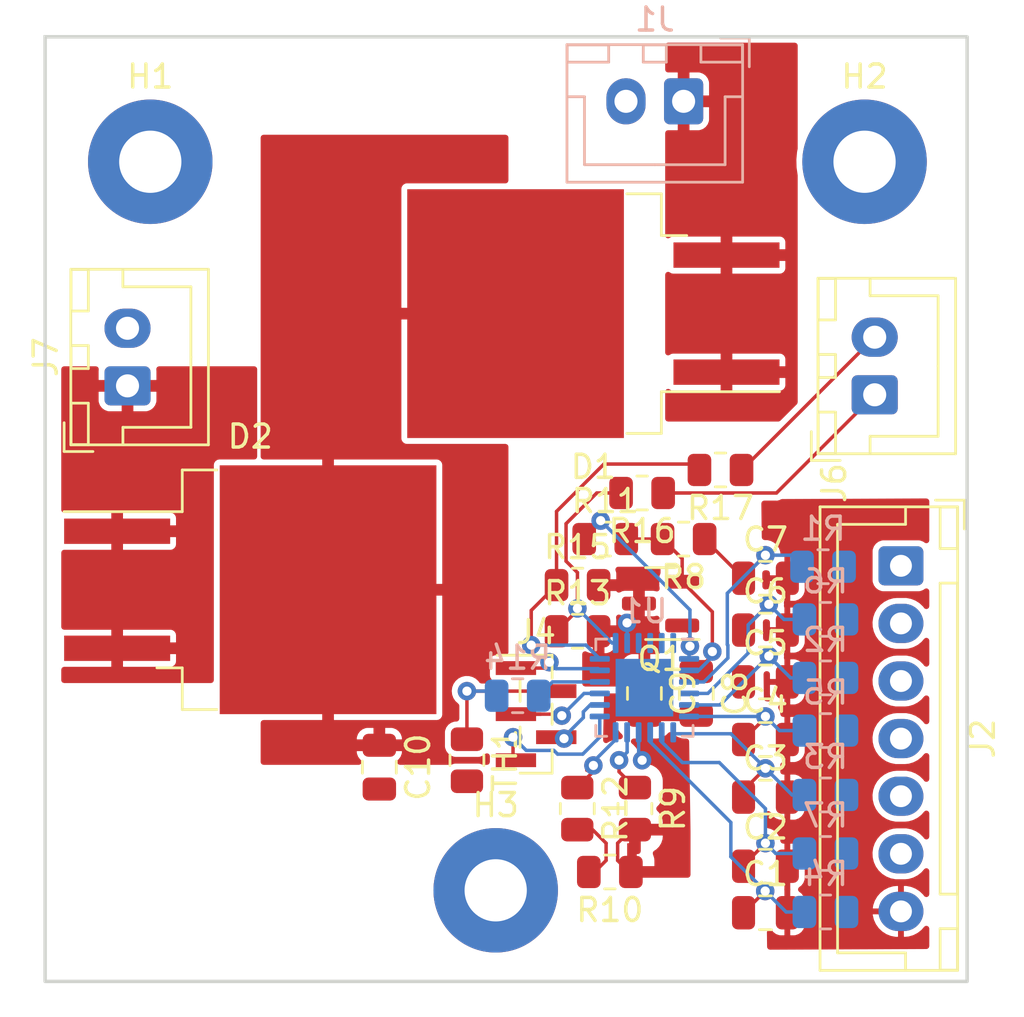
<source format=kicad_pcb>
(kicad_pcb (version 20211014) (generator pcbnew)
  (layers (0 "F.Cu" signal) (1 "In1.Cu" power) (2 "In2.Cu" power) (31 "B.Cu" signal) (34 "B.Paste" user) (35 "F.Paste" user) (36 "B.SilkS" user "B.Silkscreen") (37 "F.SilkS" user "F.Silkscreen") (38 "B.Mask" user) (39 "F.Mask" user) (44 "Edge.Cuts" user))
  (net 0 "")
  (net 1 "Net-(C1-Pad1)")
  (net 2 "GND")
  (net 3 "Net-(C2-Pad1)")
  (net 4 "Net-(C3-Pad1)")
  (net 5 "Net-(C4-Pad1)")
  (net 6 "Net-(C5-Pad1)")
  (net 7 "Net-(C6-Pad1)")
  (net 8 "Net-(C7-Pad1)")
  (net 9 "Net-(C8-Pad1)")
  (net 10 "+3V3")
  (net 11 "+9V")
  (net 12 "Net-(J2-Pad1)")
  (net 13 "Net-(J2-Pad2)")
  (net 14 "Net-(J2-Pad3)")
  (net 15 "Net-(J2-Pad4)")
  (net 16 "Net-(J2-Pad5)")
  (net 17 "Net-(J2-Pad6)")
  (net 18 "Net-(J4-Pad1)")
  (net 19 "Net-(J4-Pad2)")
  (net 20 "Net-(J4-Pad3)")
  (net 21 "Net-(J4-Pad4)")
  (net 22 "Net-(J4-Pad5)")
  (net 23 "Net-(J5-Pad4)")
  (net 24 "Net-(J5-Pad3)")
  (net 25 "Net-(R11-Pad1)")
  (net 26 "Net-(R9-Pad1)")
  (net 27 "GNDD")
  (net 28 "Net-(R12-Pad1)")
  (net 29 "Net-(J3-Pad4)")
  (net 30 "Net-(R14-Pad1)")
  (net 31 "Net-(J3-Pad3)")
  (net 34 "+9VA")
  (net 35 "/Backup/VBAT")
  (footprint "Connector_PinHeader_1.00mm:PinHeader_1x05_P1.00mm_Vertical_SMD_Pin1Left" (layer "F.Cu") (at 131.8 106.4)
    (fp_text reference "J4" (at 0 -3.56) (layer "F.SilkS"))
    (fp_text value "Conn_01x05_Female")
    (pad "1" smd rect (at -0.875 -2) (size 1.75 0.6) (layers "F.Cu" "F.Paste" "F.Mask") (net 18 "Net-(J4-Pad1)"))
    (pad "2" smd rect (at 0.875 -1) (size 1.75 0.6) (layers "F.Cu" "F.Paste" "F.Mask") (net 19 "Net-(J4-Pad2)"))
    (pad "3" smd rect (at -0.875 0) (size 1.75 0.6) (layers "F.Cu" "F.Paste" "F.Mask") (net 20 "Net-(J4-Pad3)"))
    (pad "4" smd rect (at 0.875 1) (size 1.75 0.6) (layers "F.Cu" "F.Paste" "F.Mask") (net 21 "Net-(J4-Pad4)"))
    (pad "5" smd rect (at -0.875 2) (size 1.75 0.6) (layers "F.Cu" "F.Paste" "F.Mask") (net 22 "Net-(J4-Pad5)"))
  )
  (footprint "Package_TO_SOT_SMD:TO-263-2" (layer "F.Cu") (at 134.2848 89.0144 180)
    (fp_text reference "D1" (at 0 -6.65) (layer "F.SilkS"))
    (fp_text value "MBRB2515L")
    (pad "1" smd rect (at -5.775 -2.54 180) (size 4.6 1.1) (layers "F.Cu" "F.Paste" "F.Mask") (net 11 "+9V"))
    (pad "2" smd rect (at 3.375 0 180) (size 9.4 10.8) (layers "F.Cu" "F.Mask") (net 34 "+9VA"))
    (pad "3" smd rect (at -5.775 2.54 180) (size 4.6 1.1) (layers "F.Cu" "F.Paste" "F.Mask") (net 11 "+9V"))
  )
  (footprint "Capacitor_SMD:C_0805_2012Metric" (layer "F.Cu") (at 141.75 115.019236)
    (fp_text reference "C1" (at 0 -1.68) (layer "F.SilkS"))
    (fp_text value "1u")
    (pad "1" smd roundrect (at -0.95 0) (size 1 1.45) (layers "F.Cu" "F.Paste" "F.Mask") (net 1 "Net-(C1-Pad1)"))
    (pad "2" smd roundrect (at 0.95 0) (size 1 1.45) (layers "F.Cu" "F.Paste" "F.Mask") (net 2 "GND"))
  )
  (footprint "Capacitor_SMD:C_0805_2012Metric" (layer "F.Cu") (at 141.75 102.75)
    (fp_text reference "C6" (at 0 -1.68) (layer "F.SilkS"))
    (fp_text value "1u")
    (pad "1" smd roundrect (at -0.95 0) (size 1 1.45) (layers "F.Cu" "F.Paste" "F.Mask") (net 7 "Net-(C6-Pad1)"))
    (pad "2" smd roundrect (at 0.95 0) (size 1 1.45) (layers "F.Cu" "F.Paste" "F.Mask") (net 2 "GND"))
  )
  (footprint "Capacitor_SMD:C_0805_2012Metric" (layer "F.Cu") (at 141.75 100.5)
    (fp_text reference "C7" (at 0 -1.68) (layer "F.SilkS"))
    (fp_text value "1u")
    (pad "1" smd roundrect (at -0.95 0) (size 1 1.45) (layers "F.Cu" "F.Paste" "F.Mask") (net 8 "Net-(C7-Pad1)"))
    (pad "2" smd roundrect (at 0.95 0) (size 1 1.45) (layers "F.Cu" "F.Paste" "F.Mask") (net 2 "GND"))
  )
  (footprint "Package_TO_SOT_SMD:SOT-23" (layer "F.Cu") (at 137.2 101.6 180)
    (fp_text reference "Q1" (at 0 -2.4) (layer "F.SilkS"))
    (fp_text value "ZXTP25040DFH")
    (pad "1" smd roundrect (at -0.9375 -0.95 180) (size 1.475 0.6) (layers "F.Cu" "F.Paste" "F.Mask") (net 25 "Net-(R11-Pad1)"))
    (pad "2" smd roundrect (at -0.9375 0.95 180) (size 1.475 0.6) (layers "F.Cu" "F.Paste" "F.Mask") (net 9 "Net-(C8-Pad1)"))
    (pad "3" smd roundrect (at 0.9375 0 180) (size 1.475 0.6) (layers "F.Cu" "F.Paste" "F.Mask") (net 10 "+3V3"))
  )
  (footprint "Resistor_SMD:R_0805_2012Metric" (layer "F.Cu") (at 134.8 98.8)
    (fp_text reference "R11" (at 0 -1.65) (layer "F.SilkS"))
    (fp_text value "0")
    (pad "1" smd roundrect (at -0.9125 0) (size 1.025 1.4) (layers "F.Cu" "F.Paste" "F.Mask") (roundrect_rratio 0.243902) (net 25 "Net-(R11-Pad1)"))
    (pad "2" smd roundrect (at 0.9125 0) (size 1.025 1.4) (layers "F.Cu" "F.Paste" "F.Mask") (roundrect_rratio 0.243902) (net 9 "Net-(C8-Pad1)"))
  )
  (footprint "Capacitor_SMD:C_0805_2012Metric" (layer "F.Cu") (at 125 108.7 -90)
    (fp_text reference "C10" (at 0 -1.68 90) (layer "F.SilkS"))
    (fp_text value "1u")
    (pad "1" smd roundrect (at -0.95 0 270) (size 1 1.45) (layers "F.Cu" "F.Paste" "F.Mask") (net 34 "+9VA"))
    (pad "2" smd roundrect (at 0.95 0 270) (size 1 1.45) (layers "F.Cu" "F.Paste" "F.Mask") (net 27 "GNDD"))
  )
  (footprint "Capacitor_SMD:C_0805_2012Metric" (layer "F.Cu") (at 136.5 105.5 -90)
    (fp_text reference "C9" (at 0 -1.68 90) (layer "F.SilkS"))
    (fp_text value "4.7u")
    (pad "1" smd roundrect (at -0.95 0 270) (size 1 1.45) (layers "F.Cu" "F.Paste" "F.Mask") (net 10 "+3V3"))
    (pad "2" smd roundrect (at 0.95 0 270) (size 1 1.45) (layers "F.Cu" "F.Paste" "F.Mask") (net 2 "GND"))
  )
  (footprint "Package_TO_SOT_SMD:TO-263-2" (layer "F.Cu") (at 119.4 101)
    (fp_text reference "D2" (at 0 -6.65) (layer "F.SilkS"))
    (fp_text value "MBRB2515L")
    (pad "1" smd rect (at -5.775 -2.54) (size 4.6 1.1) (layers "F.Cu" "F.Paste" "F.Mask") (net 35 "/Backup/VBAT"))
    (pad "2" smd rect (at 3.375 0) (size 9.4 10.8) (layers "F.Cu" "F.Mask") (net 34 "+9VA"))
    (pad "3" smd rect (at -5.775 2.54) (size 4.6 1.1) (layers "F.Cu" "F.Paste" "F.Mask") (net 35 "/Backup/VBAT"))
  )
  (footprint "Capacitor_SMD:C_0805_2012Metric" (layer "F.Cu") (at 138.75 105.5 -90)
    (fp_text reference "C8" (at 0 -1.68 90) (layer "F.SilkS"))
    (fp_text value "10u")
    (pad "1" smd roundrect (at -0.95 0 270) (size 1 1.45) (layers "F.Cu" "F.Paste" "F.Mask") (net 9 "Net-(C8-Pad1)"))
    (pad "2" smd roundrect (at 0.95 0 270) (size 1 1.45) (layers "F.Cu" "F.Paste" "F.Mask") (net 2 "GND"))
  )
  (footprint "Connector_JST:JST_XH_B2B-XH-A_1x02_P2.50mm_Vertical" (layer "F.Cu") (at 146.4902 92.5376 90)
    (fp_text reference "J6" (at -3.83 -1.761 90) (layer "F.SilkS"))
    (fp_text value "Conn_01x02_Female")
    (pad "1" thru_hole roundrect (at 0 0 90) (size 1.7 2) (drill 1) (layers *.Cu *.Mask) (roundrect_rratio 0.147059) (net 23 "Net-(J5-Pad4)"))
    (pad "2" thru_hole oval (at 2.5 0 90) (size 1.7 2) (drill 1) (layers *.Cu *.Mask) (net 24 "Net-(J5-Pad3)"))
  )
  (footprint "Resistor_SMD:R_0805_2012Metric" (layer "F.Cu") (at 136.0875 110.5 -90)
    (fp_text reference "R9" (at 0 -1.65 90) (layer "F.SilkS"))
    (fp_text value "1k")
    (pad "1" smd roundrect (at -0.9125 0 270) (size 1.025 1.4) (layers "F.Cu" "F.Paste" "F.Mask") (roundrect_rratio 0.243902) (net 26 "Net-(R9-Pad1)"))
    (pad "2" smd roundrect (at 0.9125 0 270) (size 1.025 1.4) (layers "F.Cu" "F.Paste" "F.Mask") (roundrect_rratio 0.243902) (net 2 "GND"))
  )
  (footprint "Resistor_SMD:R_0805_2012Metric" (layer "F.Cu") (at 133.6 102.8)
    (fp_text reference "R13" (at 0 -1.65) (layer "F.SilkS"))
    (fp_text value "4k7")
    (pad "1" smd roundrect (at -0.9125 0) (size 1.025 1.4) (layers "F.Cu" "F.Paste" "F.Mask") (roundrect_rratio 0.243902) (net 29 "Net-(J3-Pad4)"))
    (pad "2" smd roundrect (at 0.9125 0) (size 1.025 1.4) (layers "F.Cu" "F.Paste" "F.Mask") (roundrect_rratio 0.243902) (net 10 "+3V3"))
  )
  (footprint "Capacitor_SMD:C_0805_2012Metric" (layer "F.Cu") (at 141.75 110)
    (fp_text reference "C3" (at 0 -1.68) (layer "F.SilkS"))
    (fp_text value "1u")
    (pad "1" smd roundrect (at -0.95 0) (size 1 1.45) (layers "F.Cu" "F.Paste" "F.Mask") (net 4 "Net-(C3-Pad1)"))
    (pad "2" smd roundrect (at 0.95 0) (size 1 1.45) (layers "F.Cu" "F.Paste" "F.Mask") (net 2 "GND"))
  )
  (footprint "Resistor_SMD:R_0805_2012Metric" (layer "F.Cu") (at 128.8 108.4 -90)
    (fp_text reference "TH1" (at 0 -1.65 90) (layer "F.SilkS"))
    (fp_text value "Thermistor_NTC")
    (pad "1" smd roundrect (at -0.9125 0 270) (size 1.025 1.4) (layers "F.Cu" "F.Paste" "F.Mask") (roundrect_rratio 0.243902) (net 19 "Net-(J4-Pad2)"))
    (pad "2" smd roundrect (at 0.9125 0 270) (size 1.025 1.4) (layers "F.Cu" "F.Paste" "F.Mask") (roundrect_rratio 0.243902) (net 2 "GND"))
  )
  (footprint "Capacitor_SMD:C_0805_2012Metric" (layer "F.Cu") (at 141.75 105)
    (fp_text reference "C5" (at 0 -1.68) (layer "F.SilkS"))
    (fp_text value "1u")
    (pad "1" smd roundrect (at -0.95 0) (size 1 1.45) (layers "F.Cu" "F.Paste" "F.Mask") (net 6 "Net-(C5-Pad1)"))
    (pad "2" smd roundrect (at 0.95 0) (size 1 1.45) (layers "F.Cu" "F.Paste" "F.Mask") (net 2 "GND"))
  )
  (footprint "Capacitor_SMD:C_0805_2012Metric" (layer "F.Cu") (at 141.75 107.5)
    (fp_text reference "C4" (at 0 -1.68) (layer "F.SilkS"))
    (fp_text value "1u")
    (pad "1" smd roundrect (at -0.95 0) (size 1 1.45) (layers "F.Cu" "F.Paste" "F.Mask") (net 5 "Net-(C4-Pad1)"))
    (pad "2" smd roundrect (at 0.95 0) (size 1 1.45) (layers "F.Cu" "F.Paste" "F.Mask") (net 2 "GND"))
  )
  (footprint "Resistor_SMD:R_0805_2012Metric" (layer "F.Cu") (at 133.6 100.8)
    (fp_text reference "R15" (at 0 -1.65) (layer "F.SilkS"))
    (fp_text value "4k7")
    (pad "1" smd roundrect (at -0.9125 0) (size 1.025 1.4) (layers "F.Cu" "F.Paste" "F.Mask") (roundrect_rratio 0.243902) (net 31 "Net-(J3-Pad3)"))
    (pad "2" smd roundrect (at 0.9125 0) (size 1.025 1.4) (layers "F.Cu" "F.Paste" "F.Mask") (roundrect_rratio 0.243902) (net 10 "+3V3"))
  )
  (footprint "Connector_JST:JST_XH_B7B-XH-A_1x07_P2.50mm_Vertical" (layer "F.Cu") (at 147.628764 99.960836 -90)
    (fp_text reference "J2" (at 7.5 -3.55 90) (layer "F.SilkS"))
    (fp_text value "Conn_01x07_Male")
    (pad "1" thru_hole roundrect (at 0 0 270) (size 1.7 1.95) (drill 0.95) (layers *.Cu *.Mask) (roundrect_rratio 0.147059) (net 12 "Net-(J2-Pad1)"))
    (pad "2" thru_hole oval (at 2.5 0 270) (size 1.7 1.95) (drill 0.95) (layers *.Cu *.Mask) (net 13 "Net-(J2-Pad2)"))
    (pad "3" thru_hole oval (at 5 0 270) (size 1.7 1.95) (drill 0.95) (layers *.Cu *.Mask) (net 14 "Net-(J2-Pad3)"))
    (pad "4" thru_hole oval (at 7.5 0 270) (size 1.7 1.95) (drill 0.95) (layers *.Cu *.Mask) (net 15 "Net-(J2-Pad4)"))
    (pad "5" thru_hole oval (at 10 0 270) (size 1.7 1.95) (drill 0.95) (layers *.Cu *.Mask) (net 16 "Net-(J2-Pad5)"))
    (pad "6" thru_hole oval (at 12.5 0 270) (size 1.7 1.95) (drill 0.95) (layers *.Cu *.Mask) (net 17 "Net-(J2-Pad6)"))
    (pad "7" thru_hole oval (at 15 0 270) (size 1.7 1.95) (drill 0.95) (layers *.Cu *.Mask) (net 2 "GND"))
  )
  (footprint "MountingHole:MountingHole_2.7mm_M2.5_Pad" (layer "F.Cu") (at 130.048 114.046)
    (fp_text reference "H3" (at 0 -3.7) (layer "F.SilkS"))
    (fp_text value "MountingHole_Pad")
    (pad "1" thru_hole circle (at 0 0) (size 5.4 5.4) (drill 2.7) (layers *.Cu *.Mask) (net 2 "GND"))
  )
  (footprint "MountingHole:MountingHole_2.7mm_M2.5_Pad" (layer "F.Cu") (at 115.062 82.423)
    (fp_text reference "H1" (at 0 -3.7) (layer "F.SilkS"))
    (fp_text value "MountingHole_Pad")
    (pad "1" thru_hole circle (at 0 0) (size 5.4 5.4) (drill 2.7) (layers *.Cu *.Mask) (net 2 "GND"))
  )
  (footprint "Connector_JST:JST_XH_B2B-XH-A_1x02_P2.50mm_Vertical" (layer "F.Cu") (at 114.075 92.15 90)
    (fp_text reference "J7" (at 1.25 -3.55 90) (layer "F.SilkS"))
    (fp_text value "Conn_01x02_Male")
    (pad "1" thru_hole roundrect (at 0 0 90) (size 1.7 2) (drill 1) (layers *.Cu *.Mask) (roundrect_rratio 0.147059) (net 35 "/Backup/VBAT"))
    (pad "2" thru_hole oval (at 2.5 0 90) (size 1.7 2) (drill 1) (layers *.Cu *.Mask) (net 27 "GNDD"))
  )
  (footprint "Resistor_SMD:R_0805_2012Metric" (layer "F.Cu") (at 138.2 98.8 180)
    (fp_text reference "R8" (at 0 -1.65) (layer "F.SilkS"))
    (fp_text value "100")
    (pad "1" smd roundrect (at -0.9125 0 180) (size 1.025 1.4) (layers "F.Cu" "F.Paste" "F.Mask") (roundrect_rratio 0.243902) (net 8 "Net-(C7-Pad1)"))
    (pad "2" smd roundrect (at 0.9125 0 180) (size 1.025 1.4) (layers "F.Cu" "F.Paste" "F.Mask") (roundrect_rratio 0.243902) (net 9 "Net-(C8-Pad1)"))
  )
  (footprint "Resistor_SMD:R_0805_2012Metric" (layer "F.Cu") (at 135 113.25 180)
    (fp_text reference "R10" (at 0 -1.65) (layer "F.SilkS"))
    (fp_text value "0.001")
    (pad "1" smd roundrect (at -0.9125 0 180) (size 1.025 1.4) (layers "F.Cu" "F.Paste" "F.Mask") (roundrect_rratio 0.243902) (net 2 "GND"))
    (pad "2" smd roundrect (at 0.9125 0 180) (size 1.025 1.4) (layers "F.Cu" "F.Paste" "F.Mask") (roundrect_rratio 0.243902) (net 27 "GNDD"))
  )
  (footprint "Capacitor_SMD:C_0805_2012Metric" (layer "F.Cu") (at 141.75 113)
    (fp_text reference "C2" (at 0 -1.68) (layer "F.SilkS"))
    (fp_text value "1u")
    (pad "1" smd roundrect (at -0.95 0) (size 1 1.45) (layers "F.Cu" "F.Paste" "F.Mask") (net 3 "Net-(C2-Pad1)"))
    (pad "2" smd roundrect (at 0.95 0) (size 1 1.45) (layers "F.Cu" "F.Paste" "F.Mask") (net 2 "GND"))
  )
  (footprint "Resistor_SMD:R_0805_2012Metric" (layer "F.Cu") (at 133.5875 110.5 -90)
    (fp_text reference "R12" (at 0 -1.65 90) (layer "F.SilkS"))
    (fp_text value "1k")
    (pad "1" smd roundrect (at -0.9125 0 270) (size 1.025 1.4) (layers "F.Cu" "F.Paste" "F.Mask") (roundrect_rratio 0.243902) (net 28 "Net-(R12-Pad1)"))
    (pad "2" smd roundrect (at 0.9125 0 270) (size 1.025 1.4) (layers "F.Cu" "F.Paste" "F.Mask") (roundrect_rratio 0.243902) (net 27 "GNDD"))
  )
  (footprint "MountingHole:MountingHole_2.7mm_M2.5_Pad" (layer "F.Cu") (at 146.05 82.423)
    (fp_text reference "H2" (at 0 -3.7) (layer "F.SilkS"))
    (fp_text value "MountingHole_Pad")
    (pad "1" thru_hole circle (at 0 0) (size 5.4 5.4) (drill 2.7) (layers *.Cu *.Mask) (net 2 "GND"))
  )
  (footprint "Resistor_SMD:R_0805_2012Metric" (layer "F.Cu") (at 136.4 96.8 180)
    (fp_text reference "R16" (at 0 -1.65) (layer "F.SilkS"))
    (fp_text value "0")
    (pad "1" smd roundrect (at -0.9125 0 180) (size 1.025 1.4) (layers "F.Cu" "F.Paste" "F.Mask") (roundrect_rratio 0.243902) (net 23 "Net-(J5-Pad4)"))
    (pad "2" smd roundrect (at 0.9125 0 180) (size 1.025 1.4) (layers "F.Cu" "F.Paste" "F.Mask") (roundrect_rratio 0.243902) (net 29 "Net-(J3-Pad4)"))
  )
  (footprint "Resistor_SMD:R_0805_2012Metric" (layer "F.Cu") (at 139.8 95.8 180)
    (fp_text reference "R17" (at 0 -1.65) (layer "F.SilkS"))
    (fp_text value "0")
    (pad "1" smd roundrect (at -0.9125 0 180) (size 1.025 1.4) (layers "F.Cu" "F.Paste" "F.Mask") (roundrect_rratio 0.243902) (net 24 "Net-(J5-Pad3)"))
    (pad "2" smd roundrect (at 0.9125 0 180) (size 1.025 1.4) (layers "F.Cu" "F.Paste" "F.Mask") (roundrect_rratio 0.243902) (net 31 "Net-(J3-Pad3)"))
  )
  (footprint "Connector_JST:JST_XH_B2B-XH-A_1x02_P2.50mm_Vertical" (layer "B.Cu") (at 138.2 79.8 180)
    (fp_text reference "J1" (at 1.25 3.55) (layer "B.SilkS") (effects (justify mirror)))
    (fp_text value "Conn_01x02_Female")
    (pad "1" thru_hole roundrect (at 0 0 180) (size 1.7 2) (drill 1) (layers *.Cu *.Mask) (roundrect_rratio 0.147059) (net 11 "+9V"))
    (pad "2" thru_hole oval (at 2.5 0 180) (size 1.7 2) (drill 1) (layers *.Cu *.Mask) (net 2 "GND"))
  )
  (footprint "Resistor_SMD:R_0805_2012Metric" (layer "B.Cu") (at 144.25 100 180)
    (fp_text reference "R1" (at 0 1.65) (layer "B.SilkS") (effects (justify mirror)))
    (fp_text value "100")
    (pad "1" smd roundrect (at -0.9125 0 180) (size 1.025 1.4) (layers "B.Cu" "B.Paste" "B.Mask") (roundrect_rratio 0.243902) (net 12 "Net-(J2-Pad1)"))
    (pad "2" smd roundrect (at 0.9125 0 180) (size 1.025 1.4) (layers "B.Cu" "B.Paste" "B.Mask") (roundrect_rratio 0.243902) (net 8 "Net-(C7-Pad1)"))
  )
  (footprint "Resistor_SMD:R_0805_2012Metric" (layer "B.Cu") (at 144.3535 112.446 180)
    (fp_text reference "R7" (at 0 1.65) (layer "B.SilkS") (effects (justify mirror)))
    (fp_text value "100")
    (pad "1" smd roundrect (at -0.9125 0 180) (size 1.025 1.4) (layers "B.Cu" "B.Paste" "B.Mask") (roundrect_rratio 0.243902) (net 17 "Net-(J2-Pad6)"))
    (pad "2" smd roundrect (at 0.9125 0 180) (size 1.025 1.4) (layers "B.Cu" "B.Paste" "B.Mask") (roundrect_rratio 0.243902) (net 3 "Net-(C2-Pad1)"))
  )
  (footprint "Resistor_SMD:R_0805_2012Metric" (layer "B.Cu") (at 144.3535 114.986 180)
    (fp_text reference "R4" (at 0 1.65) (layer "B.SilkS") (effects (justify mirror)))
    (fp_text value "100")
    (pad "1" smd roundrect (at -0.9125 0 180) (size 1.025 1.4) (layers "B.Cu" "B.Paste" "B.Mask") (roundrect_rratio 0.243902) (net 2 "GND"))
    (pad "2" smd roundrect (at 0.9125 0 180) (size 1.025 1.4) (layers "B.Cu" "B.Paste" "B.Mask") (roundrect_rratio 0.243902) (net 1 "Net-(C1-Pad1)"))
  )
  (footprint "Resistor_SMD:R_0805_2012Metric" (layer "B.Cu") (at 144.3535 107.112 180)
    (fp_text reference "R5" (at 0 1.65) (layer "B.SilkS") (effects (justify mirror)))
    (fp_text value "100")
    (pad "1" smd roundrect (at -0.9125 0 180) (size 1.025 1.4) (layers "B.Cu" "B.Paste" "B.Mask") (roundrect_rratio 0.243902) (net 15 "Net-(J2-Pad4)"))
    (pad "2" smd roundrect (at 0.9125 0 180) (size 1.025 1.4) (layers "B.Cu" "B.Paste" "B.Mask") (roundrect_rratio 0.243902) (net 5 "Net-(C4-Pad1)"))
  )
  (footprint "Package_DFN_QFN:HVQFN-24-1EP_4x4mm_P0.5mm_EP2.5x2.5mm" (layer "B.Cu") (at 136.5 105.25 180)
    (fp_text reference "U1" (at 0 3.320001) (layer "B.SilkS") (effects (justify mirror)))
    (fp_text value "BQ76925RGET")
    (pad "1" smd roundrect (at -1.9375 1.25 180) (size 0.875 0.25) (layers "B.Cu" "B.Paste" "B.Mask") (net 25 "Net-(R11-Pad1)"))
    (pad "2" smd roundrect (at -1.9375 0.75 180) (size 0.875 0.25) (layers "B.Cu" "B.Paste" "B.Mask") (net 9 "Net-(C8-Pad1)"))
    (pad "3" smd roundrect (at -1.9375 0.25 180) (size 0.875 0.25) (layers "B.Cu" "B.Paste" "B.Mask") (net 8 "Net-(C7-Pad1)"))
    (pad "4" smd roundrect (at -1.9375 -0.25 180) (size 0.875 0.25) (layers "B.Cu" "B.Paste" "B.Mask") (net 7 "Net-(C6-Pad1)"))
    (pad "5" smd roundrect (at -1.9375 -0.75 180) (size 0.875 0.25) (layers "B.Cu" "B.Paste" "B.Mask") (net 6 "Net-(C5-Pad1)"))
    (pad "6" smd roundrect (at -1.9375 -1.25 180) (size 0.875 0.25) (layers "B.Cu" "B.Paste" "B.Mask") (net 5 "Net-(C4-Pad1)"))
    (pad "7" smd roundrect (at -1.25 -1.9375 180) (size 0.25 0.875) (layers "B.Cu" "B.Paste" "B.Mask") (net 4 "Net-(C3-Pad1)"))
    (pad "8" smd roundrect (at -0.75 -1.9375 180) (size 0.25 0.875) (layers "B.Cu" "B.Paste" "B.Mask") (net 3 "Net-(C2-Pad1)"))
    (pad "9" smd roundrect (at -0.25 -1.9375 180) (size 0.25 0.875) (layers "B.Cu" "B.Paste" "B.Mask") (net 1 "Net-(C1-Pad1)"))
    (pad "10" smd roundrect (at 0.25 -1.9375 180) (size 0.25 0.875) (layers "B.Cu" "B.Paste" "B.Mask") (net 2 "GND"))
    (pad "11" smd roundrect (at 0.75 -1.9375 180) (size 0.25 0.875) (layers "B.Cu" "B.Paste" "B.Mask") (net 26 "Net-(R9-Pad1)"))
    (pad "12" smd roundrect (at 1.25 -1.9375 180) (size 0.25 0.875) (layers "B.Cu" "B.Paste" "B.Mask") (net 28 "Net-(R12-Pad1)"))
    (pad "13" smd roundrect (at 1.9375 -1.25 180) (size 0.875 0.25) (layers "B.Cu" "B.Paste" "B.Mask") (net 22 "Net-(J4-Pad5)"))
    (pad "14" smd roundrect (at 1.9375 -0.75 180) (size 0.875 0.25) (layers "B.Cu" "B.Paste" "B.Mask") (net 21 "Net-(J4-Pad4)"))
    (pad "15" smd roundrect (at 1.9375 -0.25 180) (size 0.875 0.25) (layers "B.Cu" "B.Paste" "B.Mask") (net 20 "Net-(J4-Pad3)"))
    (pad "16" smd roundrect (at 1.9375 0.25 180) (size 0.875 0.25) (layers "B.Cu" "B.Paste" "B.Mask") (net 30 "Net-(R14-Pad1)"))
    (pad "17" smd roundrect (at 1.9375 0.75 180) (size 0.875 0.25) (layers "B.Cu" "B.Paste" "B.Mask") (net 18 "Net-(J4-Pad1)"))
    (pad "18" smd roundrect (at 1.9375 1.25 180) (size 0.875 0.25) (layers "B.Cu" "B.Paste" "B.Mask") (net 31 "Net-(J3-Pad3)"))
    (pad "19" smd roundrect (at 1.25 1.9375 180) (size 0.25 0.875) (layers "B.Cu" "B.Paste" "B.Mask") (net 29 "Net-(J3-Pad4)"))
    (pad "20" smd roundrect (at 0.75 1.9375 180) (size 0.25 0.875) (layers "B.Cu" "B.Paste" "B.Mask") (net 10 "+3V3"))
    (pad "21" smd roundrect (at 0.25 1.9375 180) (size 0.25 0.875) (layers "B.Cu" "B.Paste" "B.Mask"))
    (pad "22" smd roundrect (at -0.25 1.9375 180) (size 0.25 0.875) (layers "B.Cu" "B.Paste" "B.Mask"))
    (pad "23" smd roundrect (at -0.75 1.9375 180) (size 0.25 0.875) (layers "B.Cu" "B.Paste" "B.Mask"))
    (pad "24" smd roundrect (at -1.25 1.9375 180) (size 0.25 0.875) (layers "B.Cu" "B.Paste" "B.Mask"))
    (pad "25" smd rect (at 0 0 180) (size 2.5 2.5) (layers "B.Cu" "B.Mask"))
  )
  (footprint "Resistor_SMD:R_0805_2012Metric" (layer "B.Cu") (at 144.3535 102.286 180)
    (fp_text reference "R6" (at 0 1.65) (layer "B.SilkS") (effects (justify mirror)))
    (fp_text value "100")
    (pad "1" smd roundrect (at -0.9125 0 180) (size 1.025 1.4) (layers "B.Cu" "B.Paste" "B.Mask") (roundrect_rratio 0.243902) (net 13 "Net-(J2-Pad2)"))
    (pad "2" smd roundrect (at 0.9125 0 180) (size 1.025 1.4) (layers "B.Cu" "B.Paste" "B.Mask") (roundrect_rratio 0.243902) (net 7 "Net-(C6-Pad1)"))
  )
  (footprint "Resistor_SMD:R_0805_2012Metric" (layer "B.Cu") (at 144.3535 104.826 180)
    (fp_text reference "R2" (at 0 1.65) (layer "B.SilkS") (effects (justify mirror)))
    (fp_text value "100")
    (pad "1" smd roundrect (at -0.9125 0 180) (size 1.025 1.4) (layers "B.Cu" "B.Paste" "B.Mask") (roundrect_rratio 0.243902) (net 14 "Net-(J2-Pad3)"))
    (pad "2" smd roundrect (at 0.9125 0 180) (size 1.025 1.4) (layers "B.Cu" "B.Paste" "B.Mask") (roundrect_rratio 0.243902) (net 6 "Net-(C5-Pad1)"))
  )
  (footprint "Resistor_SMD:R_0805_2012Metric" (layer "B.Cu") (at 131 105.6 180)
    (fp_text reference "R14" (at 0 1.65) (layer "B.SilkS") (effects (justify mirror)))
    (fp_text value "200")
    (pad "1" smd roundrect (at -0.9125 0 180) (size 1.025 1.4) (layers "B.Cu" "B.Paste" "B.Mask") (roundrect_rratio 0.243902) (net 30 "Net-(R14-Pad1)"))
    (pad "2" smd roundrect (at 0.9125 0 180) (size 1.025 1.4) (layers "B.Cu" "B.Paste" "B.Mask") (roundrect_rratio 0.243902) (net 19 "Net-(J4-Pad2)"))
  )
  (footprint "Resistor_SMD:R_0805_2012Metric" (layer "B.Cu") (at 144.3535 109.906 180)
    (fp_text reference "R3" (at 0 1.65) (layer "B.SilkS") (effects (justify mirror)))
    (fp_text value "100")
    (pad "1" smd roundrect (at -0.9125 0 180) (size 1.025 1.4) (layers "B.Cu" "B.Paste" "B.Mask") (roundrect_rratio 0.243902) (net 16 "Net-(J2-Pad5)"))
    (pad "2" smd roundrect (at 0.9125 0 180) (size 1.025 1.4) (layers "B.Cu" "B.Paste" "B.Mask") (roundrect_rratio 0.243902) (net 4 "Net-(C3-Pad1)"))
  )
  (gr_rect (start 110.5 77) (end 150.5 118) (layer "Edge.Cuts") (width 0.15) (fill none))
  (segment (start 141.738997 114.079341) (end 141.738997 114.080239) (width 0.15) (layer "F.Cu") (net 1))
  (segment (start 141.738997 114.080239) (end 140.8 115.019236) (width 0.15) (layer "F.Cu") (net 1))
  (via (at 141.738997 114.079341) (size 0.8) (drill 0.4) (layers "F.Cu" "B.Cu") (net 1))
  (segment (start 136.75 107.601618) (end 140.25 111.101618) (width 0.15) (layer "B.Cu") (net 1))
  (segment (start 142.645656 114.986) (end 141.738997 114.079341) (width 0.15) (layer "B.Cu") (net 1))
  (segment (start 136.75 107.1875) (end 136.75 107.601618) (width 0.15) (layer "B.Cu") (net 1))
  (segment (start 140.25 111.101618) (end 140.25 112.590344) (width 0.15) (layer "B.Cu") (net 1))
  (segment (start 143.441 114.986) (end 142.645656 114.986) (width 0.15) (layer "B.Cu") (net 1))
  (segment (start 140.25 112.590344) (end 141.738997 114.079341) (width 0.15) (layer "B.Cu") (net 1))
  (segment (start 135.3375 112.75) (end 135.8375 113.25) (width 0.15) (layer "F.Cu") (net 2))
  (segment (start 135.8375 113.25) (end 135.9125 113.25) (width 0.15) (layer "F.Cu") (net 2))
  (segment (start 135.3375 112) (end 135.3375 112.75) (width 0.15) (layer "F.Cu") (net 2))
  (segment (start 135.925 111.4125) (end 135.3375 112) (width 0.15) (layer "F.Cu") (net 2))
  (via (at 136.4 108.4) (size 0.8) (drill 0.4) (layers "F.Cu" "B.Cu") (net 2))
  (segment (start 136.4 108.4) (end 136.25 108.058878) (width 0.15) (layer "B.Cu") (net 2))
  (segment (start 136.25 108.058878) (end 136.25 107.1875) (width 0.15) (layer "B.Cu") (net 2))
  (segment (start 140.8 112.95) (end 141.75 112) (width 0.15) (layer "F.Cu") (net 3))
  (segment (start 140.8 113) (end 140.8 112.95) (width 0.15) (layer "F.Cu") (net 3))
  (via (at 141.75 112) (size 0.8) (drill 0.4) (layers "F.Cu" "B.Cu") (net 3))
  (segment (start 141.75 110.5) (end 141.75 112) (width 0.15) (layer "B.Cu") (net 3))
  (segment (start 141.75 112) (end 142.196 112.446) (width 0.15) (layer "B.Cu") (net 3))
  (segment (start 138.148382 108.5) (end 139.75 108.5) (width 0.15) (layer "B.Cu") (net 3))
  (segment (start 137.25 107.601618) (end 138.148382 108.5) (width 0.15) (layer "B.Cu") (net 3))
  (segment (start 137.25 107.1875) (end 137.25 107.601618) (width 0.15) (layer "B.Cu") (net 3))
  (segment (start 142.196 112.446) (end 143.441 112.446) (width 0.15) (layer "B.Cu") (net 3))
  (segment (start 139.75 108.5) (end 141.75 110.5) (width 0.15) (layer "B.Cu") (net 3))
  (segment (start 140.8 109.7) (end 141.75 108.75) (width 0.15) (layer "F.Cu") (net 4))
  (segment (start 140.8 110) (end 140.8 109.7) (width 0.15) (layer "F.Cu") (net 4))
  (via (at 141.75 108.75) (size 0.8) (drill 0.4) (layers "F.Cu" "B.Cu") (net 4))
  (segment (start 140.25 107.25) (end 141.75 108.75) (width 0.15) (layer "B.Cu") (net 4))
  (segment (start 142.906 109.906) (end 143.441 109.906) (width 0.15) (layer "B.Cu") (net 4))
  (segment (start 141.75 108.75) (end 142.906 109.906) (width 0.15) (layer "B.Cu") (net 4))
  (segment (start 137.75 107.1875) (end 137.8125 107.25) (width 0.15) (layer "B.Cu") (net 4))
  (segment (start 137.8125 107.25) (end 140.25 107.25) (width 0.15) (layer "B.Cu") (net 4))
  (segment (start 141.75 106.55) (end 140.8 107.5) (width 0.15) (layer "F.Cu") (net 5))
  (segment (start 141.75 106.5) (end 141.75 106.55) (width 0.15) (layer "F.Cu") (net 5))
  (via (at 141.75 106.5) (size 0.8) (drill 0.4) (layers "F.Cu" "B.Cu") (net 5))
  (segment (start 142.362 107.112) (end 141.75 106.5) (width 0.15) (layer "B.Cu") (net 5))
  (segment (start 143.441 107.112) (end 142.362 107.112) (width 0.15) (layer "B.Cu") (net 5))
  (segment (start 138.4375 106.5) (end 141.75 106.5) (width 0.15) (layer "B.Cu") (net 5))
  (segment (start 140.8 105) (end 140.8 104.977163) (width 0.15) (layer "F.Cu") (net 6))
  (segment (start 140.8 104.977163) (end 141.897152 103.880011) (width 0.15) (layer "F.Cu") (net 6))
  (via (at 141.897152 103.880011) (size 0.8) (drill 0.4) (layers "F.Cu" "B.Cu") (net 6))
  (segment (start 139.777163 106) (end 138.4375 106) (width 0.15) (layer "B.Cu") (net 6))
  (segment (start 141.897152 103.880011) (end 139.777163 106) (width 0.15) (layer "B.Cu") (net 6))
  (segment (start 141.897152 103.880011) (end 142.843141 104.826) (width 0.15) (layer "B.Cu") (net 6))
  (segment (start 142.843141 104.826) (end 143.441 104.826) (width 0.15) (layer "B.Cu") (net 6))
  (segment (start 141.897152 101.630011) (end 140.8 102.727163) (width 0.15) (layer "F.Cu") (net 7))
  (segment (start 140.8 102.727163) (end 140.8 102.75) (width 0.15) (layer "F.Cu") (net 7))
  (via (at 141.897152 101.630011) (size 0.8) (drill 0.4) (layers "F.Cu" "B.Cu") (net 7))
  (segment (start 143.441 102.286) (end 142.553141 102.286) (width 0.15) (layer "B.Cu") (net 7))
  (segment (start 139.25 105.5) (end 138.4375 105.5) (width 0.15) (layer "B.Cu") (net 7))
  (segment (start 142.553141 102.286) (end 141.897152 101.630011) (width 0.15) (layer "B.Cu") (net 7))
  (segment (start 141 103.75) (end 139.25 105.5) (width 0.15) (layer "B.Cu") (net 7))
  (segment (start 141 102.527163) (end 141 103.75) (width 0.15) (layer "B.Cu") (net 7))
  (segment (start 141.897152 101.630011) (end 141 102.527163) (width 0.15) (layer "B.Cu") (net 7))
  (segment (start 139.1125 98.8125) (end 140.8 100.5) (width 0.15) (layer "F.Cu") (net 8))
  (segment (start 140.8 100.5) (end 140.8 100.45) (width 0.15) (layer "F.Cu") (net 8))
  (segment (start 139.1125 98.8) (end 139.1125 98.8125) (width 0.15) (layer "F.Cu") (net 8))
  (segment (start 140.8 100.45) (end 141.75 99.5) (width 0.15) (layer "F.Cu") (net 8))
  (via (at 141.75 99.5) (size 0.8) (drill 0.4) (layers "F.Cu" "B.Cu") (net 8))
  (segment (start 140.120963 103.404123) (end 140.095476 103.378636) (width 0.15) (layer "B.Cu") (net 8))
  (segment (start 143.3375 100) (end 142.8375 99.5) (width 0.15) (layer "B.Cu") (net 8))
  (segment (start 140.120963 103.962901) (end 140.120963 103.404123) (width 0.15) (layer "B.Cu") (net 8))
  (segment (start 140.095476 101.154524) (end 141.75 99.5) (width 0.15) (layer "B.Cu") (net 8))
  (segment (start 139.083864 105) (end 140.120963 103.962901) (width 0.15) (layer "B.Cu") (net 8))
  (segment (start 138.4375 105) (end 139.083864 105) (width 0.15) (layer "B.Cu") (net 8))
  (segment (start 140.095476 103.378636) (end 140.095476 101.154524) (width 0.15) (layer "B.Cu") (net 8))
  (segment (start 142.8375 99.5) (end 141.75 99.5) (width 0.15) (layer "B.Cu") (net 8))
  (segment (start 139.446462 101.958962) (end 139.446462 103.683512) (width 0.15) (layer "F.Cu") (net 9))
  (segment (start 138.75 104.55) (end 139.446462 103.853538) (width 0.15) (layer "F.Cu") (net 9))
  (segment (start 137.2875 98.8) (end 138.1375 99.65) (width 0.15) (layer "F.Cu") (net 9))
  (segment (start 135.7125 98.8) (end 137.2875 98.8) (width 0.15) (layer "F.Cu") (net 9))
  (segment (start 139.446462 103.853538) (end 139.446462 103.683512) (width 0.15) (layer "F.Cu") (net 9))
  (segment (start 138.1375 100.65) (end 139.446462 101.958962) (width 0.15) (layer "F.Cu") (net 9))
  (segment (start 138.1375 99.65) (end 138.1375 100.65) (width 0.15) (layer "F.Cu") (net 9))
  (via (at 139.446462 103.683512) (size 0.8) (drill 0.4) (layers "F.Cu" "B.Cu") (net 9))
  (segment (start 138.4375 104.5) (end 138.851618 104.5) (width 0.15) (layer "B.Cu") (net 9))
  (segment (start 138.851618 104.5) (end 139.446462 103.905156) (width 0.15) (layer "B.Cu") (net 9))
  (segment (start 139.446462 103.905156) (end 139.446462 103.683512) (width 0.15) (layer "B.Cu") (net 9))
  (via (at 135.745393 102.436653) (size 0.8) (drill 0.4) (layers "F.Cu" "B.Cu") (net 10))
  (segment (start 135.75 103.3125) (end 135.75 102.44126) (width 0.15) (layer "B.Cu") (net 10))
  (segment (start 135.75 102.44126) (end 135.745393 102.436653) (width 0.15) (layer "B.Cu") (net 10))
  (segment (start 147.487164 102.319236) (end 147.628764 102.460836) (width 0.25) (layer "B.Cu") (net 13))
  (segment (start 147.607164 109.939236) (end 147.628764 109.960836) (width 0.25) (layer "B.Cu") (net 16))
  (segment (start 147.610364 112.479236) (end 147.628764 112.460836) (width 0.25) (layer "B.Cu") (net 17))
  (segment (start 132.381364 104.144093) (end 132.125457 104.4) (width 0.15) (layer "F.Cu") (net 18))
  (segment (start 132.125457 104.4) (end 130.925 104.4) (width 0.15) (layer "F.Cu") (net 18))
  (via (at 132.381364 104.144093) (size 0.8) (drill 0.4) (layers "F.Cu" "B.Cu") (net 18))
  (segment (start 132.662751 104.42548) (end 132.381364 104.144093) (width 0.15) (layer "B.Cu") (net 18))
  (segment (start 134.48798 104.42548) (end 132.662751 104.42548) (width 0.15) (layer "B.Cu") (net 18))
  (segment (start 134.5625 104.5) (end 134.48798 104.42548) (width 0.15) (layer "B.Cu") (net 18))
  (segment (start 132.675 105.4) (end 128.8 105.4) (width 0.15) (layer "F.Cu") (net 19))
  (segment (start 128.8 105.4) (end 128.8 107.4875) (width 0.15) (layer "F.Cu") (net 19))
  (via (at 128.8 105.4) (size 0.8) (drill 0.4) (layers "F.Cu" "B.Cu") (net 19))
  (segment (start 128.8 105.4) (end 129.8875 105.4) (width 0.15) (layer "B.Cu") (net 19))
  (segment (start 129.8875 105.4) (end 130.0875 105.6) (width 0.15) (layer "B.Cu") (net 19))
  (segment (start 132.851125 106.4) (end 130.925 106.4) (width 0.15) (layer "F.Cu") (net 20))
  (segment (start 130.925 106.4) (end 132 106.4) (width 0.15) (layer "F.Cu") (net 20))
  (segment (start 132.916194 106.465069) (end 132.851125 106.4) (width 0.15) (layer "F.Cu") (net 20))
  (via (at 132.916194 106.465069) (size 0.8) (drill 0.4) (layers "F.Cu" "B.Cu") (net 20))
  (segment (start 133.881263 105.5) (end 132.916194 106.465069) (width 0.15) (layer "B.Cu") (net 20))
  (segment (start 134.5625 105.5) (end 133.881263 105.5) (width 0.15) (layer "B.Cu") (net 20))
  (segment (start 132.675 107.4) (end 132.951749 107.4) (width 0.15) (layer "F.Cu") (net 21))
  (segment (start 132.951749 107.4) (end 133.011743 107.459994) (width 0.15) (layer "F.Cu") (net 21))
  (via (at 133.011743 107.459994) (size 0.8) (drill 0.4) (layers "F.Cu" "B.Cu") (net 21))
  (segment (start 134.5625 106) (end 134.148382 106) (width 0.15) (layer "B.Cu") (net 21))
  (segment (start 133.85048 106.297902) (end 133.85048 106.54952) (width 0.15) (layer "B.Cu") (net 21))
  (segment (start 133.011743 107.388257) (end 133.011743 107.459994) (width 0.15) (layer "B.Cu") (net 21))
  (segment (start 134.148382 106) (end 133.85048 106.297902) (width 0.15) (layer "B.Cu") (net 21))
  (segment (start 133.85048 106.54952) (end 133.011743 107.388257) (width 0.15) (layer "B.Cu") (net 21))
  (segment (start 130.8 107.4) (end 130.8 108.275) (width 0.15) (layer "F.Cu") (net 22))
  (segment (start 130.8 108.275) (end 130.925 108.4) (width 0.15) (layer "F.Cu") (net 22))
  (via (at 130.8 107.4) (size 0.8) (drill 0.4) (layers "F.Cu" "B.Cu") (net 22))
  (segment (start 132.571365 107.973506) (end 131.373506 107.973506) (width 0.15) (layer "B.Cu") (net 22))
  (segment (start 132.732354 108.134495) (end 132.571365 107.973506) (width 0.15) (layer "B.Cu") (net 22))
  (segment (start 133.825556 108.134495) (end 132.732354 108.134495) (width 0.15) (layer "B.Cu") (net 22))
  (segment (start 134.5625 107.397551) (end 133.825556 108.134495) (width 0.15) (layer "B.Cu") (net 22))
  (segment (start 131.373506 107.973506) (end 130.8 107.4) (width 0.15) (layer "B.Cu") (net 22))
  (segment (start 134.5625 106.5) (end 134.5625 107.397551) (width 0.15) (layer "B.Cu") (net 22))
  (segment (start 142.2278 96.8) (end 146.4902 92.5376) (width 0.15) (layer "F.Cu") (net 23))
  (segment (start 137.3125 96.8) (end 142.2278 96.8) (width 0.15) (layer "F.Cu") (net 23))
  (segment (start 140.7278 95.8) (end 146.4902 90.0376) (width 0.15) (layer "F.Cu") (net 24))
  (segment (start 140.7125 95.8) (end 140.7278 95.8) (width 0.15) (layer "F.Cu") (net 24))
  (segment (start 145.7252 90.0376) (end 146.4902 90.0376) (width 0.25) (layer "F.Cu") (net 24))
  (segment (start 138.4745 102.887) (end 138.1375 102.55) (width 0.15) (layer "F.Cu") (net 25))
  (segment (start 133.8875 98.8) (end 133.8875 98.7125) (width 0.15) (layer "F.Cu") (net 25))
  (segment (start 133.8875 98.7125) (end 134.6 98) (width 0.15) (layer "F.Cu") (net 25))
  (segment (start 138.4745 103.4505) (end 138.4745 102.887) (width 0.15) (layer "F.Cu") (net 25))
  (via (at 134.6 98) (size 0.8) (drill 0.4) (layers "F.Cu" "B.Cu") (net 25))
  (via (at 138.4745 103.4505) (size 0.8) (drill 0.4) (layers "F.Cu" "B.Cu") (net 25))
  (segment (start 138.4375 104) (end 138.4375 103.4875) (width 0.15) (layer "B.Cu") (net 25))
  (segment (start 138.4745 101.8745) (end 138.4745 103.4505) (width 0.15) (layer "B.Cu") (net 25))
  (segment (start 134.6 98) (end 138.4745 101.8745) (width 0.15) (layer "B.Cu") (net 25))
  (segment (start 138.4375 103.4875) (end 138.4745 103.4505) (width 0.15) (layer "B.Cu") (net 25))
  (segment (start 135.4 108.9) (end 136.0875 109.5875) (width 0.15) (layer "F.Cu") (net 26))
  (segment (start 135.4 108.4) (end 135.4 108.9) (width 0.15) (layer "F.Cu") (net 26))
  (via (at 135.4 108.4) (size 0.8) (drill 0.4) (layers "F.Cu" "B.Cu") (net 26))
  (segment (start 135.75 107.1875) (end 135.75 108.05) (width 0.15) (layer "B.Cu") (net 26))
  (segment (start 135.75 108.05) (end 135.4 108.4) (width 0.15) (layer "B.Cu") (net 26))
  (segment (start 134.0875 113.25) (end 134.3375 113.25) (width 0.15) (layer "F.Cu") (net 27))
  (segment (start 134.8375 112) (end 134.25 111.4125) (width 0.15) (layer "F.Cu") (net 27))
  (segment (start 134.3375 113.25) (end 134.8375 112.75) (width 0.15) (layer "F.Cu") (net 27))
  (segment (start 134.8375 112.75) (end 134.8375 112) (width 0.15) (layer "F.Cu") (net 27))
  (segment (start 134.286731 108.888269) (end 134.286731 108.626703) (width 0.15) (layer "F.Cu") (net 28))
  (segment (start 134.210797 108.626703) (end 134.286731 108.626703) (width 0.15) (layer "F.Cu") (net 28))
  (segment (start 134 108.8375) (end 134.210797 108.626703) (width 0.15) (layer "F.Cu") (net 28))
  (segment (start 133.5875 109.5875) (end 134.286731 108.888269) (width 0.15) (layer "F.Cu") (net 28))
  (via (at 134.286731 108.626703) (size 0.8) (drill 0.4) (layers "F.Cu" "B.Cu") (net 28))
  (segment (start 135.25 107.5) (end 134.286731 108.463269) (width 0.15) (layer "B.Cu") (net 28))
  (segment (start 135.25 107.1875) (end 135.25 107.5) (width 0.15) (layer "B.Cu") (net 28))
  (segment (start 134.286731 108.463269) (end 134.286731 108.626703) (width 0.15) (layer "B.Cu") (net 28))
  (segment (start 133.10048 98.132737) (end 133.10048 99.758697) (width 0.15) (layer "F.Cu") (net 29))
  (segment (start 134.433217 96.8) (end 133.10048 98.132737) (width 0.15) (layer "F.Cu") (net 29))
  (segment (start 133.593956 100.252173) (end 133.593956 101.810318) (width 0.15) (layer "F.Cu") (net 29))
  (segment (start 133.10048 99.758697) (end 133.593956 100.252173) (width 0.15) (layer "F.Cu") (net 29))
  (segment (start 133.593956 101.810318) (end 133.593956 101.893544) (width 0.15) (layer "F.Cu") (net 29))
  (segment (start 133.593956 101.893544) (end 132.6875 102.8) (width 0.15) (layer "F.Cu") (net 29))
  (segment (start 135.4875 96.8) (end 134.433217 96.8) (width 0.15) (layer "F.Cu") (net 29))
  (via (at 133.593956 101.810318) (size 0.8) (drill 0.4) (layers "F.Cu" "B.Cu") (net 29))
  (segment (start 135.096138 103.3125) (end 133.593956 101.810318) (width 0.15) (layer "B.Cu") (net 29))
  (segment (start 135.25 103.3125) (end 135.096138 103.3125) (width 0.15) (layer "B.Cu") (net 29))
  (segment (start 134.5625 105) (end 132.5125 105) (width 0.15) (layer "B.Cu") (net 30))
  (segment (start 132.5125 105) (end 131.9125 105.6) (width 0.15) (layer "B.Cu") (net 30))
  (segment (start 138.63125 95.54375) (end 134.74375 95.54375) (width 0.15) (layer "F.Cu") (net 31))
  (segment (start 131.589202 101.898298) (end 131.589202 103.401963) (width 0.15) (layer "F.Cu") (net 31))
  (segment (start 132.6875 100.8) (end 132.6875 97.6) (width 0.15) (layer "F.Cu") (net 31))
  (segment (start 132.6875 97.6) (end 134.74375 95.54375) (width 0.15) (layer "F.Cu") (net 31))
  (segment (start 132.6875 100.8) (end 131.589202 101.898298) (width 0.15) (layer "F.Cu") (net 31))
  (segment (start 138.8875 95.8) (end 138.63125 95.54375) (width 0.15) (layer "F.Cu") (net 31))
  (via (at 131.589202 103.401963) (size 0.8) (drill 0.4) (layers "F.Cu" "B.Cu") (net 31))
  (segment (start 133.964463 103.401963) (end 134.5625 104) (width 0.15) (layer "B.Cu") (net 31))
  (segment (start 131.589202 103.401963) (end 133.964463 103.401963) (width 0.15) (layer "B.Cu") (net 31))
  (zone (net 2) (net_name "GND") (layer "F.Cu") (connect_pads (clearance 0.508)) (min_thickness 0.254) (fill yes (thermal_gap 0.508) (thermal_bridge_width 0.508))
    (polygon (pts (xy 136.47432 105.499622) (xy 138.409269 105.528022) (xy 138.5 111.5) (xy 138.5 113.5) (xy 135.75 113.5) (xy 135.75 111.5) (xy 134.624949 111.5) (xy 134.75 105.5) (xy 136.25 105.5)))
  )
  (zone (net 2) (net_name "GND") (layer "F.Cu") (connect_pads (clearance 0.254)) (min_thickness 0.254) (fill yes (thermal_gap 0.254) (thermal_bridge_width 0.254))
    (polygon (pts (xy 148.858764 116.594036) (xy 141.823142 116.623253) (xy 141.569142 97.065253) (xy 148.858764 97.036036)))
  )
  (zone (net 34) (net_name "+9VA") (layer "F.Cu") (connect_pads (clearance 0.254)) (min_thickness 0.254) (fill yes (thermal_gap 0.254) (thermal_bridge_width 0.508))
    (polygon (pts (xy 130.6 108.6) (xy 119.85 108.6) (xy 119.85 81.25) (xy 130.6 81.25)))
  )
  (zone (net 10) (net_name "+3V3") (layer "F.Cu") (connect_pads (clearance 0.254)) (min_thickness 0.254) (fill yes (thermal_gap 0.254) (thermal_bridge_width 0.508))
    (polygon (pts (xy 137.2 105.2) (xy 133.8 105.2) (xy 133.8 100) (xy 137.2 100)))
  )
  (zone (net 11) (net_name "+9V") (layer "F.Cu") (connect_pads (clearance 0.254)) (min_thickness 0.254) (fill yes (thermal_gap 0.254) (thermal_bridge_width 0.508))
    (polygon (pts (xy 143.15 93.7) (xy 137.4 93.7) (xy 137.4 77.2) (xy 143.15 77.2)))
  )
  (zone (net 35) (net_name "/Backup/VBAT") (layer "F.Cu") (connect_pads (clearance 0.254)) (min_thickness 0.254) (fill yes (thermal_gap 0.254) (thermal_bridge_width 0.508))
    (polygon (pts (xy 119.7 105.05) (xy 111.2 105.05) (xy 111.2 91.3) (xy 119.7 91.3)))
  )
)
</source>
